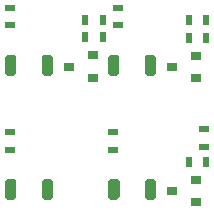
<source format=gbr>
%TF.GenerationSoftware,KiCad,Pcbnew,(5.1.10-1-10_14)*%
%TF.CreationDate,2022-01-11T15:19:51-08:00*%
%TF.ProjectId,FanExpander-Lite,46616e45-7870-4616-9e64-65722d4c6974,V1.0.3*%
%TF.SameCoordinates,Original*%
%TF.FileFunction,Paste,Bot*%
%TF.FilePolarity,Positive*%
%FSLAX46Y46*%
G04 Gerber Fmt 4.6, Leading zero omitted, Abs format (unit mm)*
G04 Created by KiCad (PCBNEW (5.1.10-1-10_14)) date 2022-01-11 15:19:51*
%MOMM*%
%LPD*%
G01*
G04 APERTURE LIST*
%ADD10R,0.500000X0.900000*%
%ADD11R,0.900000X0.500000*%
%ADD12R,0.900000X0.800000*%
G04 APERTURE END LIST*
%TO.C,D4*%
G36*
G01*
X63258120Y-45461720D02*
X63258120Y-46831720D01*
G75*
G02*
X63068120Y-47021720I-190000J0D01*
G01*
X62498120Y-47021720D01*
G75*
G02*
X62308120Y-46831720I0J190000D01*
G01*
X62308120Y-45461720D01*
G75*
G02*
X62498120Y-45271720I190000J0D01*
G01*
X63068120Y-45271720D01*
G75*
G02*
X63258120Y-45461720I0J-190000D01*
G01*
G37*
G36*
G01*
X66358120Y-45461720D02*
X66358120Y-46831720D01*
G75*
G02*
X66168120Y-47021720I-190000J0D01*
G01*
X65598120Y-47021720D01*
G75*
G02*
X65408120Y-46831720I0J190000D01*
G01*
X65408120Y-45461720D01*
G75*
G02*
X65598120Y-45271720I190000J0D01*
G01*
X66168120Y-45271720D01*
G75*
G02*
X66358120Y-45461720I0J-190000D01*
G01*
G37*
%TD*%
%TO.C,D3*%
G36*
G01*
X63283520Y-55977320D02*
X63283520Y-57347320D01*
G75*
G02*
X63093520Y-57537320I-190000J0D01*
G01*
X62523520Y-57537320D01*
G75*
G02*
X62333520Y-57347320I0J190000D01*
G01*
X62333520Y-55977320D01*
G75*
G02*
X62523520Y-55787320I190000J0D01*
G01*
X63093520Y-55787320D01*
G75*
G02*
X63283520Y-55977320I0J-190000D01*
G01*
G37*
G36*
G01*
X66383520Y-55977320D02*
X66383520Y-57347320D01*
G75*
G02*
X66193520Y-57537320I-190000J0D01*
G01*
X65623520Y-57537320D01*
G75*
G02*
X65433520Y-57347320I0J190000D01*
G01*
X65433520Y-55977320D01*
G75*
G02*
X65623520Y-55787320I190000J0D01*
G01*
X66193520Y-55787320D01*
G75*
G02*
X66383520Y-55977320I0J-190000D01*
G01*
G37*
%TD*%
%TO.C,D2*%
G36*
G01*
X54545920Y-45461720D02*
X54545920Y-46831720D01*
G75*
G02*
X54355920Y-47021720I-190000J0D01*
G01*
X53785920Y-47021720D01*
G75*
G02*
X53595920Y-46831720I0J190000D01*
G01*
X53595920Y-45461720D01*
G75*
G02*
X53785920Y-45271720I190000J0D01*
G01*
X54355920Y-45271720D01*
G75*
G02*
X54545920Y-45461720I0J-190000D01*
G01*
G37*
G36*
G01*
X57645920Y-45461720D02*
X57645920Y-46831720D01*
G75*
G02*
X57455920Y-47021720I-190000J0D01*
G01*
X56885920Y-47021720D01*
G75*
G02*
X56695920Y-46831720I0J190000D01*
G01*
X56695920Y-45461720D01*
G75*
G02*
X56885920Y-45271720I190000J0D01*
G01*
X57455920Y-45271720D01*
G75*
G02*
X57645920Y-45461720I0J-190000D01*
G01*
G37*
%TD*%
%TO.C,D1*%
G36*
G01*
X54551000Y-55982400D02*
X54551000Y-57352400D01*
G75*
G02*
X54361000Y-57542400I-190000J0D01*
G01*
X53791000Y-57542400D01*
G75*
G02*
X53601000Y-57352400I0J190000D01*
G01*
X53601000Y-55982400D01*
G75*
G02*
X53791000Y-55792400I190000J0D01*
G01*
X54361000Y-55792400D01*
G75*
G02*
X54551000Y-55982400I0J-190000D01*
G01*
G37*
G36*
G01*
X57651000Y-55982400D02*
X57651000Y-57352400D01*
G75*
G02*
X57461000Y-57542400I-190000J0D01*
G01*
X56891000Y-57542400D01*
G75*
G02*
X56701000Y-57352400I0J190000D01*
G01*
X56701000Y-55982400D01*
G75*
G02*
X56891000Y-55792400I190000J0D01*
G01*
X57461000Y-55792400D01*
G75*
G02*
X57651000Y-55982400I0J-190000D01*
G01*
G37*
%TD*%
D10*
%TO.C,R10*%
X69125400Y-43815000D03*
X70625400Y-43815000D03*
%TD*%
%TO.C,R9*%
X70638800Y-42341800D03*
X69138800Y-42341800D03*
%TD*%
D11*
%TO.C,R8*%
X63169800Y-42781920D03*
X63169800Y-41281920D03*
%TD*%
D10*
%TO.C,R7*%
X69137400Y-54305200D03*
X70637400Y-54305200D03*
%TD*%
D11*
%TO.C,R6*%
X70408800Y-51548600D03*
X70408800Y-53048600D03*
%TD*%
%TO.C,R5*%
X62758320Y-53297520D03*
X62758320Y-51797520D03*
%TD*%
D10*
%TO.C,R4*%
X60375800Y-43789600D03*
X61875800Y-43789600D03*
%TD*%
%TO.C,R3*%
X60362400Y-42316400D03*
X61862400Y-42316400D03*
%TD*%
D11*
%TO.C,R2*%
X54046120Y-42781920D03*
X54046120Y-41281920D03*
%TD*%
%TO.C,R1*%
X54046120Y-53297520D03*
X54046120Y-51797520D03*
%TD*%
D12*
%TO.C,Q3*%
X69762880Y-45364360D03*
X69762880Y-47264360D03*
X67762880Y-46314360D03*
%TD*%
%TO.C,Q2*%
X69757800Y-55849480D03*
X69757800Y-57749480D03*
X67757800Y-56799480D03*
%TD*%
%TO.C,Q1*%
X59010040Y-46273720D03*
X61010040Y-47223720D03*
X61010040Y-45323720D03*
%TD*%
M02*

</source>
